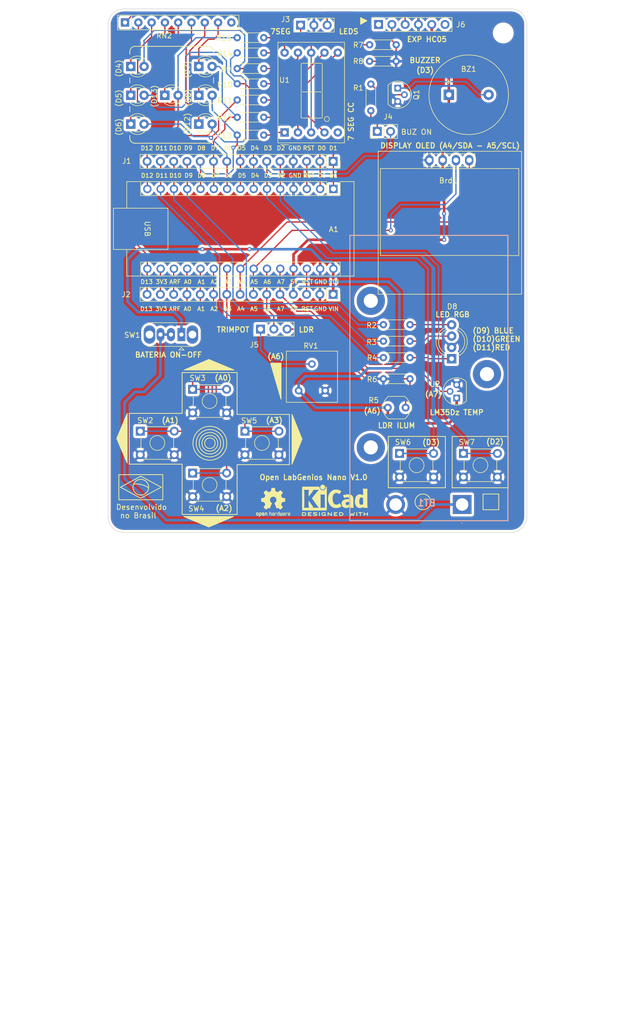
<source format=kicad_pcb>
(kicad_pcb (version 20221018) (generator pcbnew)
  (title_block (title "Open LabGenios Nano") (date "2023-06-27") (rev "V1.0") (comment 1 "Gabriel Rosa Paz") (comment 3 "Detalhamento da PCI do projeto Opem LabGenios Nano") (comment 4 "Primeiro Detalhamento"))
  (layers (0 "F.Cu" signal) (31 "B.Cu" signal) (34 "B.Paste" user) (35 "F.Paste" user) (36 "B.SilkS" user "B.Silkscreen") (37 "F.SilkS" user "F.Silkscreen") (38 "B.Mask" user) (39 "F.Mask" user) (44 "Edge.Cuts" user))
  (net 0 "")
  (net 1 "D1{slash}TX")
  (net 2 "D0{slash}RX")
  (net 3 "RESET1")
  (net 4 "GND")
  (net 5 "D2{slash}INT0")
  (net 6 "D3{slash}INT1{slash}PWM")
  (net 7 "D4")
  (net 8 "D5{slash}PWM")
  (net 9 "D6{slash}PWM")
  (net 10 "D7")
  (net 11 "D8")
  (net 12 "D9{slash}PWM")
  (net 13 "D10{slash}SS{slash}PWM")
  (net 14 "D11{slash}MOSI{slash}PWM")
  (net 15 "D12{slash}MISO")
  (net 16 "D13{slash}SCK")
  (net 17 "+3.3V")
  (net 18 "AREF")
  (net 19 "A0")
  (net 20 "A1")
  (net 21 "A2")
  (net 22 "A3")
  (net 23 "A4{slash}SDA")
  (net 24 "A5{slash}SCL")
  (net 25 "A6")
  (net 26 "A7")
  (net 27 "+5V")
  (net 28 "RESET2")
  (net 29 "+BATT")
  (net 30 "Net-(D1-K)")
  (net 31 "Net-(D2-K)")
  (net 32 "Net-(D3-K)")
  (net 33 "Net-(D4-K)")
  (net 34 "Net-(D5-K)")
  (net 35 "Net-(D6-K)")
  (net 36 "Net-(D7-K)")
  (net 37 "Net-(J3-Pin_1)")
  (net 38 "Net-(J3-Pin_3)")
  (net 40 "Net-(BZ1-+)")
  (net 41 "Net-(D8-RA)")
  (net 42 "Net-(D8-GA)")
  (net 43 "Net-(D8-BA)")
  (net 44 "Net-(J4-Pin_1)")
  (net 45 "Net-(J5-Pin_1)")
  (net 46 "Net-(J5-Pin_3)")
  (net 49 "Net-(Q1-B)")
  (net 50 "Net-(J6-Pin_2)")
  (net 51 "Net-(U1-A)")
  (net 52 "Net-(U1-B)")
  (net 53 "Net-(U1-C)")
  (net 54 "Net-(U1-D)")
  (net 55 "Net-(U1-E)")
  (net 56 "Net-(U1-F)")
  (net 57 "Net-(U1-G)")
  (net 59 "/CPU/BATTSWITCH")
  (footprint "Resistor_THT:R_Axial_DIN0204_L3.6mm_D1.6mm_P5.08mm_Horizontal" (layer "F.Cu") (at 95.52 50.44)
    (fp_text reference "R13")
    (fp_text value "330")
  )
  (footprint "Connector_PinSocket_2.54mm:PinSocket_1x06_P2.54mm_Vertical" (layer "F.Cu") (at 122.535 29.315 90)
    (fp_text reference "J6")
    (fp_text value "Conn_01x06")
  )
  (footprint "Connector_PinHeader_2.54mm:PinHeader_1x02_P2.54mm_Vertical" (layer "F.Cu") (at 122.285 49.74 90)
    (fp_text reference "J4")
    (fp_text value "Conn_01x02")
  )
  (footprint "Symbol:OSHW-Logo2_7.3x6mm_SilkScreen" (layer "F.Cu") (at 102.4 120.6)
    (fp_text reference "REF**" hide)
    (fp_text value "OSHW-Logo2_7.3x6mm_SilkScreen" hide)
  )
  (footprint "Resistor_THT:R_Axial_DIN0204_L3.6mm_D1.6mm_P5.08mm_Horizontal" (layer "F.Cu") (at 123.46 92.95)
    (fp_text reference "R4")
    (fp_text value "330")
  )
  (footprint "Potentiometer_THT:Potentiometer_Bourns_3386F_Vertical" (layer "F.Cu") (at 112.34 99.255 90)
    (fp_text reference "RV1")
    (fp_text value "10K")
  )
  (footprint "Connector_PinSocket_2.54mm:PinSocket_1x15_P2.54mm_Vertical" (layer "F.Cu") (at 113.86 55.465 -90)
    (fp_text reference "J1")
    (fp_text value "Conn_01x15")
  )
  (footprint "Buzzer_Beeper:Buzzer_15x7.5RM7.6" (layer "F.Cu") (at 135.96 42.74)
    (fp_text reference "BZ1")
    (fp_text value "Buzzer")
  )
  (footprint "Module:Arduino_Nano" (layer "F.Cu") (at 113.91 60.73 -90)
    (fp_text reference "A1")
    (fp_text value "Arduino_Nano_v3.x")
  )
  (footprint "Display_7Segment:D1X8K" (layer "F.Cu") (at 104.58 49.9375 90)
    (fp_text reference "U1")
    (fp_text value "D168K")
  )
  (footprint "Resistor_THT:R_Axial_DIN0204_L3.6mm_D1.6mm_P5.08mm_Horizontal" (layer "F.Cu") (at 95.52 40.64)
    (fp_text reference "R10")
    (fp_text value "330")
  )
  (footprint "Connector_PinHeader_2.54mm:PinHeader_1x03_P2.54mm_Vertical" (layer "F.Cu") (at 99.975 87.5 90)
    (fp_text reference "J5")
    (fp_text value "Conn_01x03")
  )
  (footprint "Resistor_THT:R_Axial_DIN0204_L3.6mm_D1.6mm_P5.08mm_Horizontal" (layer "F.Cu") (at 123.46 86.65)
    (fp_text reference "R2")
    (fp_text value "330")
  )
  (footprint "LED_THT:LED_D3.0mm" (layer "F.Cu") (at 88.185 37.34)
    (fp_text reference "D5" hide)
    (fp_text value "LED")
  )
  (footprint "Resistor_THT:R_Axial_DIN0204_L3.6mm_D1.6mm_P5.08mm_Horizontal" (layer "F.Cu") (at 128.54 97 180)
    (fp_text reference "R6")
    (fp_text value "10K")
  )
  (footprint "Resistor_THT:R_Axial_DIN0204_L3.6mm_D1.6mm_P5.08mm_Horizontal" (layer "F.Cu") (at 120.82 33.19)
    (fp_text reference "R7")
    (fp_text value "1K")
  )
  (footprint "Resistor_THT:R_Axial_DIN0204_L3.6mm_D1.6mm_P5.08mm_Horizontal" (layer "F.Cu") (at 95.52 43.74)
    (fp_text reference "R11")
    (fp_text value "330")
  )
  (footprint "MountingHole:MountingHole_2.7mm_M2.5_Pad" (layer "F.Cu") (at 121.05 82.1)
    (fp_text reference "H4" hide)
    (fp_text value "MountingHole")
  )
  (footprint "Resistor_THT:R_Axial_DIN0204_L3.6mm_D1.6mm_P5.08mm_Horizontal" (layer "F.Cu") (at 95.52 34.74)
    (fp_text reference "R14")
    (fp_text value "330")
  )
  (footprint "SSD1306:128x64OLED" (layer "F.Cu") (at 135.86 65.84)
    (fp_text reference "Brd1")
    (fp_text value "SSD1306")
  )
  (footprint "MountingHole:MountingHole_3.5mm" (layer "F.Cu") (at 146.36 30.94)
    (fp_text reference "H1" hide)
    (fp_text value "MountingHole")
  )
  (footprint "LED_THT:LED_D3.0mm" (layer "F.Cu") (at 88.185 42.84)
    (fp_text reference "D6" hide)
    (fp_text value "LED")
  )
  (footprint "Button_Switch_THT:SW_TH_Tactile_Omron_B3F-10xx" (layer "F.Cu") (at 87 115)
    (fp_text reference "SW4")
    (fp_text value "DOWN")
  )
  (footprint "Resistor_THT:R_Axial_DIN0204_L3.6mm_D1.6mm_P5.08mm_Horizontal" (layer "F.Cu") (at 123.46 89.8)
    (fp_text reference "R3")
    (fp_text value "330")
  )
  (footprint "LED_THT:LED_D3.0mm" (layer "F.Cu") (at 75.185 37.34)
    (fp_text reference "D1" hide)
    (fp_text value "LED")
  )
  (footprint "LED_THT:LED_D3.0mm" (layer "F.Cu") (at 81.685 42.84)
    (fp_text reference "D4" hide)
    (fp_text value "LED")
  )
  (footprint "Button_Switch_THT:SW_TH_Tactile_Omron_B3F-10xx" (layer "F.Cu") (at 126.55 111.25)
    (fp_text reference "SW6")
    (fp_text value "SW_DPST_x2")
  )
  (footprint "Resistor_THT:R_Axial_DIN0204_L3.6mm_D1.6mm_P5.08mm_Horizontal" (layer "F.Cu") (at 95.52 47.04)
    (fp_text reference "R12")
    (fp_text value "330")
  )
  (footprint "Button_Switch_THT:SW_TH_Tactile_Omron_B3F-10xx" (layer "F.Cu") (at 97 107)
    (fp_text reference "SW5")
    (fp_text value "RIGHT")
  )
  (footprint "Connector_PinSocket_2.54mm:PinSocket_1x15_P2.54mm_Vertical" (layer "F.Cu") (at 113.86 80.865 -90)
    (fp_text reference "J2")
    (fp_text value "Conn_01x15")
  )
  (footprint "LED_THT:LED_D5.0mm-4_RGB_Wide_Pins" (layer "F.Cu") (at 136.5 93.159 90)
    (fp_text reference "D8")
    (fp_text value "LED_RKGB")
  )
  (footprint "MountingHole:MountingHole_2.7mm_M2.5_Pad" (layer "F.Cu") (at 121.05 110.1)
    (fp_text reference "H3" hide)
    (fp_text value "MountingHole")
  )
  (footprint "LED_THT:LED_D3.0mm" (layer "F.Cu") (at 75.185 42.84)
    (fp_text reference "D2" hide)
    (fp_text value "LED")
  )
  (footprint "Package_TO_SOT_THT:TO-92" (layer "F.Cu") (at 137.46 100.67 90)
    (fp_text reference "U2")
    (fp_text value "LM35-LP")
  )
  (footprint "Package_TO_SOT_THT:TO-92" (layer "F.Cu") (at 126.2 41.47 -90)
    (fp_text reference "Q1")
    (fp_text value "BC337")
  )
  (footprint "Button_Switch_THT:SW_Slide_1P2T_CK_OS102011MS2Q" (layer "F.Cu") (at 84.86 88.5425 180)
    (fp_text reference "SW1")
    (fp_text value "SW_SPST")
  )
  (footprint "Button_Switch_THT:SW_TH_Tactile_Omron_B3F-10xx" (layer "F.Cu") (at 77 107)
    (fp_text reference "SW2")
    (fp_text value "LEFT")
  )
  (footprint "LED_THT:LED_D3.0mm" (layer "F.Cu") (at 88.185 48.34)
    (fp_text reference "D7" hide)
    (fp_text value "LED")
  )
  (footprint "Resistor_THT:R_Axial_DIN0204_L3.6mm_D1.6mm_P5.08mm_Horizontal" (layer "F.Cu") (at 120.82 36.34)
    (fp_text reference "R8")
    (fp_text value "2K")
  )
  (footprint "Button_Switch_THT:SW_TH_Tactile_Omron_B3F-10xx" (layer "F.Cu") (at 138.75 111.25)
    (fp_text reference "SW7")
    (fp_text value "SW_DPST_x2")
  )
  (footprint "LED_THT:LED_D3.0mm" (layer "F.Cu") (at 75.185 48.34)
    (fp_text reference "D3" hide)
    (fp_text value "LED")
  )
  (footprint "Symbol:KiCad-Logo2_5mm_SilkScreen" (layer "F.Cu") (at 114.2 120.2)
    (fp_text reference "REF**" hide)
    (fp_text value "KiCad-Logo2_5mm_SilkScreen" hide)
  )
  (footprint "Button_Switch_THT:SW_TH_Tactile_Omron_B3F-10xx" (layer "F.Cu") (at 87 99)
    (fp_text reference "SW3")
    (fp_text value "UP")
  )
  (footprint "Resistor_THT:R_Axial_DIN0204_L3.6mm_D1.6mm_P5.08mm_Horizontal" (layer "F.Cu") (at 95.52 37.74)
    (fp_text reference "R9")
    (fp_text value "330")
  )
  (footprint "OptoDevice:R_LDR_5.1x4.3mm_P3.4mm_Vertical" (layer "F.Cu") (at 124.3 102.5)
    (fp_text reference "R5")
    (fp_text value "A9013")
  )
  (footprint "Resistor_THT:R_Axial_DIN0204_L3.6mm_D1.6mm_P5.08mm_Horizontal" (layer "F.Cu") (at 95.52 31.84)
    (fp_text reference "R15")
    (fp_text value "330")
  )
  (footprint "Resistor_THT:R_Axial_DIN0204_L3.6mm_D1.6mm_P5.08mm_Horizontal" (layer "F.Cu") (at 121.06 45.78 90)
    (fp_text reference "R1")
    (fp_text value "470")
  )
  (footprint "MountingHole:MountingHole_2.7mm_M2.5_Pad" (layer "F.Cu") (at 143.25 96.1)
    (fp_text reference "H2" hide)
    (fp_text value "MountingHole")
  )
  (footprint "Connector_PinHeader_2.54mm:PinHeader_1x03_P2.54mm_Vertical" (layer "F.Cu") (at 107.635 29.44 90)
    (fp_text reference "J3")
    (fp_text value "Conn_01x03")
  )
  (footprint "Resistor_THT:R_Array_SIP9" (layer "F.Cu") (at 74.085 28.94)
    (fp_text reference "RN2")
    (fp_text value "R_Network08")
  )
  (footprint "12BH611-GR:12BH611GR" (layer "B.Cu") (at 138.5 121 -90)
    (fp_text reference "BT1")
    (fp_text value "Battery_Cell" hide)
  )
  (gr_line (start 124.7 108) (end 135.3 108) (stroke (width 0.15)) (layer "F.SilkS"))
  (gr_poly (pts (xy 103.9 100.9) (xy 103.9 94) (xy 101.9 94)) (stroke (width 0.15)) (fill solid) (layer "F.SilkS"))
  (gr_line (start 75 45) (end 75 46) (stroke (width 0.15)) (layer "F.SilkS"))
  (gr_line (start 75 50.5) (end 75 51) (stroke (width 0.15)) (layer "F.SilkS"))
  (gr_line (start 135.3 108) (end 135.3 117.8) (stroke (width 0.15)) (layer "F.SilkS"))
  (gr_line (start 77.1 119.8) (end 73.2 117.7) (stroke (width 0.15)) (layer "F.SilkS"))
  (gr_line (start 136.6 108) (end 136.7 108) (stroke (width 0.15)) (layer "F.SilkS"))
  (gr_circle (center 131 120.5) (end 132.5 120.5) (stroke (width 0.15)) (fill none) (layer "F.SilkS"))
  (gr_arc (start 90 33.5) (mid 90.707107 33.792893) (end 91 34.5) (stroke (width 0.15)) (layer "F.SilkS"))
  (gr_rect (start 142.5 119) (end 145.5 122) (stroke (width 0.15)) (fill none) (layer "F.SilkS"))
  (gr_line (start 91 51) (end 91 50.5) (stroke (width 0.15)) (layer "F.SilkS"))
  (gr_line (start 76 33.5) (end 90 33.5) (stroke (width 0.15)) (layer "F.SilkS"))
  (gr_line (start 75 35) (end 75 34.5) (stroke (width 0.15)) (layer "F.SilkS"))
  (gr_circle (center 90.3 109.3) (end 93.5 108.8) (stroke (width 0.15)) (fill none) (layer "F.SilkS"))
  (gr_poly (pts (xy 94.8 123.3) (xy 85.3 123.3) (xy 90.1 125.3)) (stroke (width 0.15)) (fill solid) (layer "F.SilkS"))
  (gr_line (start 124.4 117.8) (end 124.4 108) (stroke (width 0.15)) (layer "F.SilkS"))
  (gr_line (start 74.9 113.3) (end 74.9 104) (stroke (width 0.15)) (layer "F.SilkS"))
  (gr_circle (center 90.3 109.3) (end 91.8 109.1) (stroke (width 0.15)) (fill none) (layer "F.SilkS"))
  (gr_circle (center 90.3 109.3) (end 92.1 107.4) (stroke (width 0.15)) (fill none) (layer "F.SilkS"))
  (gr_line (start 91 39.5) (end 91 40.5) (stroke (width 0.15)) (layer "F.SilkS"))
  (gr_poly (pts (xy 106 103.8) (xy 106 113.3) (xy 107.9 108.5)) (stroke (width 0.15)) (fill solid) (layer "F.SilkS"))
  (gr_line (start 135.3 117.8) (end 124.4 117.8) (stroke (width 0.15)) (layer "F.SilkS"))
  (gr_line (start 95.5 103.8) (end 105.5 103.8) (stroke (width 0.15)) (layer "F.SilkS"))
  (gr_line (start 95.5 113.4) (end 95.5 122.9) (stroke (width 0.15)) (layer "F.SilkS"))
  (gr_line (start 85 95.8) (end 95.5 95.8) (stroke (width 0.15)) (layer "F.SilkS"))
  (gr_line (start 85 103.6) (end 85 95.8) (stroke (width 0.15)) (layer "F.SilkS"))
  (gr_arc (start 75.8 117.100001) (mid 77.232129 117.206588) (end 78.550124 117.776892) (stroke (width 0.15)) (layer "F.SilkS"))
  (gr_line (start 75 39.5) (end 75 40.5) (stroke (width 0.15)) (layer "F.SilkS"))
  (gr_line (start 76 52) (end 90 52) (stroke (width 0.15)) (layer "F.SilkS"))
  (gr_poly (pts (xy 85.4 95.3) (xy 94.9 95.3) (xy 90.1 93.3)) (stroke (width 0.15)) (fill solid) (layer "F.SilkS"))
  (gr_line (start 74.9 104) (end 74.9 103.6) (stroke (width 0.15)) (layer "F.SilkS"))
  (gr_arc (start 91 51) (mid 90.707107 51.707107) (end 90 52) (stroke (width 0.15)) (layer "F.SilkS"))
  (gr_line (start 77.1 115.6) (end 81 117.7) (stroke (width 0.15)) (layer "F.SilkS"))
  (gr_arc (start 76 52) (mid 75.292893 51.707107) (end 75 51) (stroke (width 0.15)) (layer "F.SilkS"))
  (gr_line (start 105.5 113.4) (end 95.5 113.4) (stroke (width 0.15)) (layer "F.SilkS"))
  (gr_line (start 147.3 108) (end 147.3 117.8) (stroke (width 0.15)) (layer "F.SilkS"))
  (gr_circle (center 77.1 117.7) (end 78.6 117.7) (stroke (width 0.15)) (fill none) (layer "F.SilkS"))
  (gr_line (start 91 45) (end 91 46) (stroke (width 0.15)) (layer "F.SilkS"))
  (gr_line (start 124.4 108) (end 124.7 108) (stroke (width 0.15)) (layer "F.SilkS"))
  (gr_line (start 95.5 122.9) (end 85 122.9) (stroke (width 0.15)) (layer "F.SilkS"))
  (gr_line (start 95.5 95.8) (end 95.5 103.8) (stroke (width 0.15)) (layer "F.SilkS"))
  (gr_circle (center 90.3 109.3) (end 91.3 109.2) (stroke (width 0.15)) (fill none) (layer "F.SilkS"))
  (gr_line (start 73.2 117.7) (end 77.1 115.6) (stroke (width 0.15)) (layer "F.SilkS"))
  (gr_circle (center 90.3 109.3) (end 92.1 108.3) (stroke (width 0.15)) (fill none) (layer "F.SilkS"))
  (gr_line (start 81 117.7) (end 77.1 119.8) (stroke (width 0.15)) (layer "F.SilkS"))
  (gr_rect (start 72.9 115.3) (end 81.3 120.1) (stroke (width 0.15)) (fill none) (layer "F.SilkS"))
  (gr_poly (pts (xy 74.5 113.1) (xy 74.5 103.6) (xy 72.5 108.4)) (stroke (width 0.15)) (fill solid) (layer "F.SilkS"))
  (gr_line (start 147.3 117.8) (end 136.6 117.8) (stroke (width 0.15)) (layer "F.SilkS"))
  (gr_poly (pts (xy 119.1 28) (xy 120.3 28.6) (xy 119.1 29.3)) (stroke (width 0.15)) (fill solid) (layer "F.SilkS"))
  (gr_line (start 85 122.9) (end 85 113.3) (stroke (width 0.15)) (layer "F.SilkS"))
  (gr_line (start 136.6 117.8) (end 136.6 108) (stroke (width 0.15)) (layer "F.SilkS"))
  (gr_line (start 105.5 103.8) (end 105.5 113.4) (stroke (width 0.15)) (layer "F.SilkS"))
  (gr_line (start 136.7 108) (end 147.3 108) (stroke (width 0.15)) (layer "F.SilkS"))
  (gr_line (start 85 103.6) (end 74.9 103.6) (stroke (width 0.15)) (layer "F.SilkS"))
  (gr_line (start 91 34.5) (end 91 35) (stroke (width 0.15)) (layer "F.SilkS"))
  (gr_arc (start 75 34.5) (mid 75.292893 33.792893) (end 76 33.5) (stroke (width 0.15)) (layer "F.SilkS"))
  (gr_line (start 85 113.3) (end 74.9 113.3) (stroke (width 0.15)) (layer "F.SilkS"))
  (gr_arc (start 147.86 26.34) (mid 149.98132 27.21868) (end 150.86 29.34) (stroke (width 0.1)) (layer "Edge.Cuts"))
  (gr_line (start 147.86 26.34) (end 73.86 26.34) (stroke (width 0.1)) (layer "Edge.Cuts"))
  (gr_arc (start 150.86 123.34) (mid 149.98132 125.46132) (end 147.86 126.34) (stroke (width 0.1)) (layer "Edge.Cuts"))
  (gr_line (start 70.86 29.34) (end 70.86 123.34) (stroke (width 0.1)) (layer "Edge.Cuts"))
  (gr_arc (start 70.86 29.34) (mid 71.73868 27.21868) (end 73.86 26.34) (stroke (width 0.1)) (layer "Edge.Cuts"))
  (gr_line (start 150.86 123.34) (end 150.86 29.34) (stroke (width 0.1)) (layer "Edge.Cuts"))
  (gr_line (start 73.86 126.34) (end 147.86 126.34) (stroke (width 0.1)) (layer "Edge.Cuts"))
  (gr_arc (start 73.86 126.34) (mid 71.73868 125.46132) (end 70.86 123.34) (stroke (width 0.1)) (layer "Edge.Cuts"))
  (gr_text "D12" (at 77 53.4) (layer "F.SilkS") (effects (font (size 0.8 0.8)) (justify left bottom)))
  (gr_text "(D5)" (at 73.46 45.14 90) (layer "F.SilkS") (effects (font (size 1 1)) (justify left bottom)))
  (gr_text "LDR ILUM" (at 122.3 106.5) (layer "F.SilkS") (effects (font (size 1 1) (thickness 0.2) bold) (justify left bottom)))
  (gr_text "D8" (at 87.8 53.4) (layer "F.SilkS") (effects (font (size 0.8 0.8)) (justify left bottom)))
  (gr_text "A5" (at 97.96 78.94) (layer "F.SilkS") (effects (font (size 0.8 0.8)) (justify left bottom)))
  (gr_text "Desenvolvido\n no Brasil" (at 72.3 123.7) (layer "F.SilkS") (effects (font (size 1 1)) (justify left bottom)))
  (gr_text "(D13)" (at 80.26 45.24 90) (layer "F.SilkS") (effects (font (size 1 1)) (justify left bottom)))
  (gr_text "A2" (at 90.3 84.1) (layer "F.SilkS") (effects (font (size 0.8 0.8)) (justify left bottom)))
  (gr_text "RST" (at 107.7 84.1) (layer "F.SilkS") (effects (font (size 0.8 0.8)) (justify left bottom)))
  (gr_text "LED RGB" (at 133.3 85.3) (layer "F.SilkS") (effects (font (size 1 1) (thickness 0.2) bold) (justify left bottom)))
  (gr_text "D1" (at 113 53.4) (layer "F.SilkS") (effects (font (size 0.8 0.8)) (justify left bottom)))
  (gr_text "LDR" (at 107.2 88.2) (layer "F.SilkS") (effects (font (size 1 1) (thickness 0.2) bold) (justify left bottom)))
  (gr_text "D11" (at 79.86 58.64) (layer "F.SilkS") (effects (font (size 0.8 0.8)) (justify left bottom)))
  (gr_text "LEDS" (at 114.86 31.24) (layer "F.SilkS") (effects (font (size 1 1) (thickness 0.2) bold) (justify left bottom)))
  (gr_text "D3" (at 100.5 53.4) (layer "F.SilkS") (effects (font (size 0.8 0.8)) (justify left bottom)))
  (gr_text "EXP HC05" (at 127.86 32.74) (layer "F.SilkS") (effects (font (size 1 1) (thickness 0.2) bold) (justify left bottom)))
  (gr_text "(D6)" (at 73.46 50.64 90) (layer "F.SilkS") (effects (font (size 1 1)) (justify left bottom)))
  (gr_text "D13" (at 76.96 78.94) (layer "F.SilkS") (effects (font (size 0.8 0.8)) (justify left bottom)))
  (gr_text "(D3)" (at 129.66 38.64) (layer "F.SilkS") (effects (font (size 1 1) (thickness 0.2) bold) (justify left bottom)))
  (gr_text "ARF" (at 82.4 84.1) (layer "F.SilkS") (effects (font (size 0.8 0.8)) (justify left bottom)))
  (gr_text "D10" (at 82.46 58.64) (layer "F.SilkS") (effects (font (size 0.8 0.8)) (justify left bottom)))
  (gr_text "A2" (at 90.36 78.94) (layer "F.SilkS") (effects (font (size 0.8 0.8)) (justify left bottom)))
  (gr_text "GND" (at 105.2 53.4) (layer "F.SilkS") (effects (font (size 0.8 0.8)) (justify left bottom)))
  (gr_text "D8" (at 87.86 58.64) (layer "F.SilkS") (effects (font (size 0.8 0.8)) (justify left bottom)))
  (gr_text "RST" (at 107.76 78.94) (layer "F.SilkS") (effects (font (size 0.8 0.8)) (justify left bottom)))
  (gr_text "A3" (at 92.9 84.1) (layer "F.SilkS") (effects (font (size 0.8 0.8)) (justify left bottom)))
  (gr_text "(A2)" (at 91.3 122.3) (layer "F.SilkS") (effects (font (size 1 1) (thickness 0.2) bold) (justify left bottom)))
  (gr_text "D7" (at 90.4 53.4) (layer "F.SilkS") (effects (font (size 0.8 0.8)) (justify left bottom)))
  (gr_text "D6" (at 92.96 58.64) (layer "F.SilkS") (effects (font (size 0.8 0.8)) (justify left bottom)))
  (gr_text "(A0)" (at 91.1 97.4) (layer "F.SilkS") (effects (font (size 1 1) (thickness 0.2) bold) (justify left bottom)))
  (gr_text "D1" (at 113.06 58.64) (layer "F.SilkS") (effects (font (size 0.8 0.8)) (justify left bottom)))
  (gr_text "D3" (at 100.56 58.64) (layer "F.SilkS") (effects (font (size 0.8 0.8)) (justify left bottom)))
  (gr_text "(A1)" (at 81 105.5) (layer "F.SilkS") (effects (font (size 1 1) (thickness 0.2) bold) (justify left bottom)))
  (gr_text "3V3" (at 79.86 78.94) (layer "F.SilkS") (effects (font (size 0.8 0.8)) (justify left bottom)))
  (gr_text "D11" (at 79.8 53.4) (layer "F.SilkS") (effects (font (size 0.8 0.8)) (justify left bottom)))
  (gr_text "ARF" (at 82.46 78.94) (layer "F.SilkS") (effects (font (size 0.8 0.8)) (justify left bottom)))
  (gr_text "VIN" (at 112.96 78.94) (layer "F.SilkS") (effects (font (size 0.8 0.8)) (justify left bottom)))
  (gr_text "RST" (at 108.06 58.64) (layer "F.SilkS") (effects (font (size 0.8 0.8)) (justify left bottom)))
  (gr_text "GND" (at 105.26 58.64) (layer "F.SilkS") (effects (font (size 0.8 0.8)) (justify left bottom)))
  (gr_text "BATERIA ON-OFF" (at 75.9 93) (layer "F.SilkS") (effects (font (size 1 1) (thickness 0.2) bold) (justify left bottom)))
  (gr_text "D9" (at 85.36 58.64) (layer "F.SilkS") (effects (font (size 0.8 0.8)) (justify left bottom)))
  (gr_text "7SEG" (at 101.76 31.24) (layer "F.SilkS") (effects (font (size 1 1) (thickness 0.2) bold) (justify left bottom)))
  (gr_text "RST" (at 108 53.4) (layer "F.SilkS") (effects (font (size 0.8 0.8)) (justify left bottom)))
  (gr_text "(D2)" (at 143 109.6) (layer "F.SilkS") (effects (font (size 1 1) (thickness 0.2) bold) (justify left bottom)))
  (gr_text "DISPLAY OLED (A4/SDA - A5/SCL)" (at 122.76 53.04) (layer "F.SilkS") (effects (font (size 1 1) (thickness 0.2) bold) (justify left bottom)))
  (gr_text "D7" (at 90.46 58.64) (layer "F.SilkS") (effects (font (size 0.8 0.8)) (justify left bottom)))
  (gr_text "(D3)" (at 130.8 109.7) (layer "F.SilkS") (effects (font (size 1 1) (thickness 0.2) bold) (justify left bottom)))
  (gr_text "3V3" (at 79.8 84.1) (layer "F.SilkS") (effects (font (size 0.8 0.8)) (justify left bottom)))
  (gr_text "D6" (at 92.9 53.4) (layer "F.SilkS") (effects (font (size 0.8 0.8)) (justify left bottom)))
  (gr_text "(D7)" (at 86.56 39.64 90) (layer "F.SilkS") (effects (font (size 1 1)) (justify left bottom)))
  (gr_text "GND" (at 110.1 84.1) (layer "F.SilkS") (effects (font (size 0.8 0.8)) (justify left bottom)))
  (gr_text "A7" (at 103 84.1) (layer "F.SilkS") (effects (font (size 0.8 0.8)) (justify left bottom)))
  (gr_text "(A3)" (at 100.9 105.5) (layer "F.SilkS") (effects (font (size 1 1) (thickness 0.2) bold) (justify left bottom)))
  (gr_text "Open LabGenios Nano V1.0" (at 99.7 116.4) (layer "F.SilkS") (effects (font (size 1 1) (thickness 0.2) bold) (justify left bottom)))
  (gr_text "BUZZER" (at 128.36 36.74) (layer "F.SilkS") (effects (font (size 1 1) (thickness 0.2) bold) (justify left bottom)))
  (gr_text "A0" (at 85.26 78.94) (layer "F.SilkS") (effects (font (size 0.8 0.8)) (justify left bottom)))
  (gr_text "D5" (at 95.56 58.64) (layer "F.SilkS") (effects (font (size 0.8 0.8)) (justify left bottom)))
  (gr_text "(D8)" (at 86.76 45.04 90) (layer "F.SilkS") (effects (font (size 1 1)) (justify left bottom)))
  (gr_text "A6" (at 100.4 84.1) (layer "F.SilkS") (effects (font (size 0.8 0.8)) (justify left bottom)))
  (gr_text "A4" (at 95.46 78.94) (layer "F.SilkS") (effects (font (size 0.8 0.8)) (justify left bottom)))
  (gr_text "D4" (at 98 53.4) (layer "F.SilkS") (effects (font (size 0.8 0.8)) (justify left bottom)))
  (gr_text "A5" (at 97.9 84.1) (layer "F.SilkS") (effects (font (size 0.8 0.8)) (justify left bottom)))
  (gr_text "A3" (at 92.96 78.94) (layer "F.SilkS") (effects (font (size 0.8 0.8)) (justify left bottom)))
  (gr_text "(D4)" (at 73.46 39.44 90) (layer "F.SilkS") (effects (font (size 1 1)) (justify left bottom)))
  (gr_text "GND" (at 110.16 78.94) (layer "F.SilkS") (effects (font (size 0.8 0.8)) (justify left bottom)))
  (gr_text "D12" (at 77.06 58.64) (layer "F.SilkS") (effects (font (size 0.8 0.8)) (justify left bottom)))
  (gr_text "(D12)" (at 86.56 50.54 90) (layer "F.SilkS") (effects (font (size 1 1)) (justify left bottom)))
  (gr_text "5V" (at 105.56 78.94) (layer "F.SilkS") (effects (font (size 0.8 0.8)) (justify left bottom)))
  (gr_text "A4" (at 95.4 84.1) (layer "F.SilkS") (effects (font (size 0.8 0.8)) (justify left bottom)))
  (gr_text "A0" (at 85.2 84.1) (layer "F.SilkS") (effects (font (size 0.8 0.8)) (justify left bottom)))
  (gr_text "A1" (at 87.86 78.94) (layer "F.SilkS") (effects (font (size 0.8 0.8)) (justify left bottom)))
  (gr_text "D9" (at 85.3 53.4) (layer "F.SilkS") (effects (font (size 0.8 0.8)) (justify left bottom)))
  (gr_text "A7" (at 103.06 78.94) (layer "F.SilkS") (effects (font (size 0.8 0.8)) (justify left bottom)))
  (gr_text "A1" (at 87.8 84.1) (layer "F.SilkS") (effects (font (size 0.8 0.8)) (justify left bottom)))
  (gr_text "D2" (at 103.06 58.64) (layer "F.SilkS") (effects (font (size 0.8 0.8)) (justify left bottom)))
  (gr_text "5V" (at 105.5 84.1) (layer "F.SilkS") (effects (font (size 0.8 0.8)) (justify left bottom)))
  (gr_text "D0" (at 110.86 58.64) (layer "F.SilkS") (effects (font (size 0.8 0.8)) (justify left bottom)))
  (gr_text "A6" (at 100.46 78.94) (layer "F.SilkS") (effects (font (size 0.8 0.8)) (justify left bottom)))
  (gr_text "D4" (at 98.06 58.64) (layer "F.SilkS") (effects (font (size 0.8 0.8)) (justify left bottom)))
  (gr_text "LM35Dz TEMP" (at 132.2 104) (layer "F.SilkS") (effects (font (size 1 1) (thickness 0.2) bold) (justify left bottom)))
  (gr_text "D13" (at 76.9 84.1) (layer "F.SilkS") (effects (font (size 0.8 0.8)) (justify left bottom)))
  (gr_text "VIN" (at 112.9 84.1) (layer "F.SilkS") (effects (font (size 0.8 0.8)) (justify left bottom)))
  (gr_text "D10" (at 82.4 53.4) (layer "F.SilkS") (effects (font (size 0.8 0.8)) (justify left bottom)))
  (gr_text "(A6)" (at 119.6 103.7) (layer "F.SilkS") (effects (font (size 1 1) (thickness 0.2) bold) (justify left bottom)))
  (gr_text "D5" (at 95.5 53.4) (layer "F.SilkS") (effects (font (size 0.8 0.8)) (justify left bottom)))
  (gr_text "(A6)" (at 101.2 93.3) (layer "F.SilkS") (effects (font (size 1 1) (thickness 0.2) bold) (justify left bottom)))
  (gr_text "(A7)" (at 131.3 100.5) (layer "F.SilkS") (effects (font (size 1 1) (thickness 0.2) bold) (justify left bottom)))
  (gr_text "7 SEG CC" (at 117.86 51.64 90) (layer "F.SilkS") (effects (font (size 1 1) (thickness 0.2) bold) (justify left bottom)))
  (gr_text "TRIMPOT" (at 91.5 88.2) (layer "F.SilkS") (effects (font (size 1 1) (thickness 0.2) bold) (justify left bottom)))
  (gr_text "D2" (at 103 53.4) (layer "F.SilkS") (effects (font (size 0.8 0.8)) (justify left bottom)))
  (gr_text "D0" (at 110.8 53.4) (layer "F.SilkS") (effects (font (size 0.8 0.8)) (justify left bottom)))
  (gr_text "(D9) BLUE\n(D10)GREEN\n(D11)RED" (at 140.4 91.6) (layer "F.SilkS") (effects (font (size 1 1) (thickness 0.2) bold) (justify left bottom)))
  (gr_text "BUZ ON" (at 126.76 50.44) (layer "F.SilkS") (effects (font (size 1 1)) (justify left bottom)))
  (segment (start 113.91 60.73) (end 113.91 55.515) (width 0.25) (layer "F.Cu") (net 1))
  (segment (start 114.46 53.64) (end 115.06 53.64) (width 0.25) (layer "F.Cu") (net 1))
  (segment (start 115.06 53.64) (end 117.76 50.94) (width 0.25) (layer "F.Cu") (net 1))
  (segment (start 117.76 50.94) (end 117.76 34.04) (width 0.25) (layer "F.Cu") (net 1))
  (segment (start 113.91 55.515) (end 113.86 55.465) (width 0.25) (layer "F.Cu") (net 1))
  (segment (start 117.76 34.04) (end 118.61 33.19) (width 0.25) (layer "F.Cu") (net 1))
  (segment (start 113.86 54.24) (end 114.46 53.64) (width 0.25) (layer "F.Cu") (net 1))
  (segment (start 113.86 55.465) (end 113.86 54.24) (width 0.25) (layer "F.Cu") (net 1))
  (segment (start 118.61 33.19) (end 120.82 33.19) (width 0.25) (layer "F.Cu") (net 1))
  (segment (start 111.37 60.73) (end 111.37 55.515) (width 0.25) (layer "F.Cu") (net 2))
  (segment (start 111.37 55.515) (end 111.32 55.465) (width 0.25) (layer "F.Cu") (net 2))
  (segment (start 111.32 53.68) (end 112.66 52.34) (width 0.25) (layer "F.Cu") (net 2))
  (segment (start 116.86 29.14) (end 118.66 27.34) (width 0.25) (layer "F.Cu") (net 2))
  (segment (start 116.86 50.54) (end 116.86 29.14) (width 0.25) (layer "F.Cu") (net 2))
  (segment (start 112.66 52.34) (end 115.06 52.34) (width 0.25) (layer "F.Cu") (net 2))
  (segment (start 118.66 27.34) (end 126.86 27.34) (width 0.25) (layer "F.Cu") (net 2))
  (segment (start 126.86 27.34) (end 127.615 28.095) (width 0.25) (layer "F.Cu") (net 2))
  (segment (start 115.06 52.34) (end 116.86 50.54) (width 0.25) (layer "F.Cu") (net 2))
  (segment (start 111.32 55.465) (end 111.32 53.68) (width 0.25) (layer "F.Cu") (net 2))
  (segment (start 127.615 28.095) (end 127.615 29.315) (width 0.25) (layer "F.Cu") (net 2))
  (segment (start 108.83 55.515) (end 108.78 55.465) (width 0.25) (layer "F.Cu") (net 3))
  (segment (start 108.83 60.73) (end 108.83 55.515) (width 0.25) (layer "F.Cu") (net 3))
  (segment (start 106.29 55.515) (end 106.24 55.465) (width 0.25) (layer "F.Cu") (net 4))
  (segment (start 111.32 80.865) (end 111.32 76.02) (width 0.25) (layer "F.Cu") (net 4))
  (segment (start 106.29 60.73) (end 106.29 55.515) (width 0.25) (layer "F.Cu") (net 4))
  (segment (start 111.32 76.02) (end 111.37 75.97) (width 0.25) (layer "F.Cu") (net 4))
  (segment (start 103.75 60.73) (end 103.75 55.515) (width 0.25) (layer "F.Cu") (net 5))
  (segment (start 103.75 55.515) (end 103.7 55.465) (width 0.25) (layer "F.Cu") (net 5))
  (segment (start 113.66 72.94) (end 131.44 72.94) (width 0.25) (layer "B.Cu") (net 5))
  (segment (start 131.44 72.94) (end 134 75.5) (width 0.25) (layer "B.Cu") (net 5))
  (segment (start 134 103.5) (end 138.75 108.25) (width 0.25) (layer "B.Cu") (net 5))
  (segment (start 138.75 111.25) (end 145.25 111.25) (width 0.25) (layer "B.Cu") (net 5))
  (segment (start 134 75.5) (end 134 103.5) (width 0.25) (layer "B.Cu") (net 5))
  (segment (start 138.75 108.25) (end 138.75 111.25) (width 0.25) (layer "B.Cu") (net 5))
  (segment (start 103.75 63.03) (end 113.66 72.94) (width 0.25) (layer "B.Cu") (net 5))
  (segment (start 103.75 60.73) (end 103.75 63.03) (width 0.25) (layer "B.Cu") (net 5))
  (segment (start 101.21 60.73) (end 101.21 55.515) (width 0.25) (layer "F.Cu") (net 6))
  (segment (start 101.21 55.515) (end 101.16 55.465) (width 0.25) (layer "F.Cu") (net 6))
  (segment (start 122.86 54.44) (end 124.86 52.44) (width 0.25) (layer "B.Cu") (net 6))
  (segment (start 129.94 73.94) (end 132 76) (width 0.25) (layer "B.Cu") (net 6))
  (segment (start 112.66 73.94) (end 129.94 73.94) (width 0.25) (layer "B.Cu") (net 6))
  (segment (start 126.55 111.25) (end 133.05 111.25) (width 0.25) (layer "B.Cu") (net 6))
  (segment (start 101.21 60.73) (end 101.21 62.49) (width 0.25) (layer "B.Cu") (net 6))
  (segment (start 132 76) (end 132 105) (width 0.25) (layer "B.Cu") (net 6))
  (segment (start 124.825 52.405) (end 124.825 49.74) (width 0.25) (layer "B.Cu") (net 6))
  (segment (start 116.46 57.84) (end 119.86 54.44) (width 0.25) (layer "B.Cu") (net 6))
  (segment (start 132 105) (end 133.05 106.05) (width 0.25) (layer "B.Cu") (net 6))
  (segment (start 119.86 54.44) (end 122.86 54.44) (width 0.25) (layer "B.Cu") (net 6))
  (segment (start 101.16 55.465) (end 101.16 56.84) (width 0.25) (layer "B.Cu") (net 6))
  (segment (start 102.16 57.84) (end 116.46 57.84) (width 0.25) (layer "B.Cu") (net 6))
  (segment (start 101.16 56.84) (end 102.16 57.84) (width 0.25) (layer "B.Cu") (net 6))
  (segment (start 124.86 52.44) (end 124.825 52.405) (width 0.25) (layer "B.Cu") (net 6))
  (segment (start 133.05 106.05) (end 133.05 111.25) (width 0.25) (layer "B.Cu") (net 6))
  (segment (start 101.21 62.49) (end 112.66 73.94) (width 0.25) (layer "B.Cu") (net 6))
  (segment (start 98.62 38.4) (end 97.96 37.74) (width 0.25) (layer "F.Cu") (net 7))
  (segment (start 98.67 55.515) (end 98.62 55.465) (width 0.25) (layer "F.Cu") (net 7))
  (segment (start 98.67 60.73) (end 98.67 55.515) (width 0.25) (layer "F.Cu") (net 7))
  (segment (start 98.62 55.465) (end 98.62 38.4) (width 0.25) (layer "F.Cu") (net 7))
  (segment (start 97.96 37.74) (end 95.52 37.74) (width 0.25) (layer "F.Cu") (net 7))
  (segment (start 95.52 37.74) (end 96.96 36.3) (width 0.25) (layer "B.Cu") (net 7))
  (segment (start 96.06 30.44) (end 79.66 30.44) (width 0.25) (layer "B.Cu") (net 7))
  (segment (start 96.96 36.3) (end 96.96 31.34) (width 0.25) (layer "B.Cu") (net 7))
  (segment (start 79.66 30.44) (end 77.66 32.44) (width 0.25) (layer "B.Cu") (net 7))
  (segment (start 96.96 31.34) (end 96.06 30.44) (width 0.25) (layer "B.Cu") (net 7))
  (segment (start 77.66 32.44) (end 77.725 32.505) (width 0.25) (layer "B.Cu") (net 7))
  (segment (start 77.725 32.505) (end 77.725 37.34) (width 0.25) (layer "B.Cu") (net 7))
  (segment (start 97.86 52.14) (end 97.86 41.44) (width 0.25) (layer "F.Cu") (net 8))
  (segment (start 97.06 40.64) (end 95.52 40.64) (width 0.25) (layer "F.Cu") (net 8))
  (segment (start 96.08 55.465) (end 96.08 53.92) (width 0.25) (layer "F.Cu") (net 8))
  (segment (start 96.13 60.73) (end 96.13 55.515) (width 0.25) (layer "F.Cu") (net 8))
  (segment (start 97.86 41.44) (end 97.06 40.64) (width 0.25) (layer "F.Cu") (net 8))
  (segment (start 96.08 53.92) (end 97.86 52.14) (width 0.25) (layer "F.Cu") (net 8))
  (segment (start 96.13 55.515) (end 96.08 55.465) (width 0.25) (layer "F.Cu") (net 8))
  (segment (start 91.86 34.64) (end 86.46 34.64) (width 0.25) (layer "B.Cu") (net 8))
  (segment (start 95.52 40.64) (end 93.46 38.58) (width 0.25) (layer "B.Cu") (net 8))
  (segment (start 79.36 42.84) (end 77.725 42.84) (width 0.25) (layer "B.Cu") (net 8))
  (segment (start 80.46 45.14) (end 79.66 44.34) (width 0.25) (layer "B.Cu") (net 8))
  (segment (start 84.96 45.14) (end 80.46 45.14) (width 0.25) (layer "B.Cu") (net 8))
  (segment (start 85.66 35.44) (end 85.66 44.44) (width 0.25) (layer "B.Cu") (net 8))
  (segment (start 79.66 44.34) (end 79.66 43.14) (width 0.25) (layer "B.Cu") (net 8))
  (segment (start 85.66 44.44) (end 84.96 45.14) (width 0.25) (layer "B.Cu") (net 8))
  (segment (start 79.66 43.14) (end 79.36 42.84) (width 0.25) (layer "B.Cu") (net 8))
  (segment (start 93.46 38.58) (end 93.46 36.24) (width 0.25) (layer "B.Cu") (net 8))
  (segment (start 93.46 36.24) (end 91.86 34.64) (width 0.25) (layer "B.Cu") (net 8))
  (segment (start 86.46 34.64) (end 85.66 35.44) (width 0.25) (layer "B.Cu") (net 8))
  (segment (start 91.95 47.31) (end 91.95 49.525402) (width 0.25) (layer "F.Cu") (net 9))
  (segment (start 91.95 49.525402) (end 90.497701 50.977701) (width 0.25) (layer "F.Cu") (net 9))
  (segment (start 93.59 60.73) (end 93.59 55.515) (width 0.25) (layer "F.Cu") (net 9))
  (segment (start 93.59 55.515) (end 93.54 55.465) (width 0.25) (layer "F.Cu") (net 9))
  (segment (start 95.52 43.74) (end 91.95 47.31) (width 0.25) (layer "F.Cu") (net 9))
  (via (at 90.497701 50.977701) (size 0.8) (drill 0.4) (layers "F.Cu" "B.Cu") (net 9))
  (segment (start 93.54 54.02) (end 93.54 55.465) (width 0.25) (layer "B.Cu") (net 9))
  (segment (start 87.16 50.74) (end 90.26 50.74) (width 0.25) (layer "B.Cu") (net 9))
  (segment (start 77.725 48.34) (end 84.76 48.34) (width 0.25) (layer "B.Cu") (net 9))
  (segment (start 84.76 48.34) (end 87.16 50.74) (width 0.25) (layer "B.Cu") (net 9))
  (segment (start 90.26 50.74) (end 93.54 54.02) (width 0.25) (layer "B.Cu") (net 9))
  (segment (start 93.16 47.94) (end 94.06 47.04) (width 0.25) (layer "F.Cu") (net 10))
  (segment (start 94.06 47.04) (end 95.52 47.04) (width 0.25) (layer "F.Cu") (net 10))
  (segment (start 93.16 49.34) (end 93.16 47.94) (width 0.25) (layer "F.Cu") (net 10))
  (segment (start 91.05 55.515) (end 91 55.465) (width 0.25) (layer "F.Cu") (net 10))
  (segment (start 91 51.5) (end 93.16 49.34) (width 0.25) (layer "F.Cu") (net 10))
  (segment (start 91 55.465) (end 91 51.5) (width 0.25) (layer "F.Cu") (net 10))
  (segment (start 91.05 60.73) (end 91.05 55.515) (width 0.25) (layer "F.Cu") (net 10))
  (segment (start 92.66 44.18) (end 92.66 37.94) (width 0.25) (layer "B.Cu") (net 10))
  (segment (start 95.52 47.04) (end 92.66 44.18) (width 0.25) (layer "B.Cu") (net 10))
  (segment (start 92.66 37.94) (end 92.06 37.34) (width 0.25) (layer "B.Cu") (net 10))
  (segment (start 92.06 37.34) (end 90.725 37.34) (width 0.25) (layer "B.Cu") (net 10))
  (segment (start 94.96 52.84) (end 95.52 52.28) (width 0.25) (layer "F.Cu") (net 11))
  (segment (start 88.51 55.515) (end 88.46 55.465) (width 0.25) (layer "F.Cu") (net 11))
  (segment (start 94.76 52.84) (end 94.96 52.84) (width 0.25) (layer "F.Cu") (net 11))
  (segment (start 95.52 52.28) (end 95.52 50.44) (width 0.25) (layer "F.Cu") (net 11))
  (segment (start 88.51 60.73) (end 88.51 55.515) (width 0.25) (layer "F.Cu") (net 11))
  (via (at 94.76 52.84) (size 0.8) (drill 0.4) (layers "F.Cu" "B.Cu") (net 11))
  (segment (start 93.96 57.84) (end 89.36 57.84) (width 0.25) (layer "B.Cu") (net 11))
  (segment (start 90.725 45.105) (end 90.725 42.84) (width 0.25) (layer "B.Cu") (net 11))
  (segment (start 89.36 57.84) (end 88.46 56.94) (width 0.25) (layer "B.Cu") (net 11))
  (segment (start 94.76 52.84) (end 94.76 57.04) (width 0.25) (layer "B.Cu") (net 11))
  (segment (start 90.76 45.14) (end 90.725 45.105) (width 0.25) (layer "B.Cu") (net 11))
  (segment (start 90.76 45.68) (end 90.76 45.14) (width 0.25) (layer "B.Cu") (net 11))
  (segment (start 94.76 57.04) (end 93.96 57.84) (width 0.25) (layer "B.Cu") (net 11))
  (segment (start 88.46 56.94) (end 88.46 55.465) (width 0.25) (layer "B.Cu") (net 11))
  (segment (start 95.52 50.44) (end 90.76 45.68) (width 0.25) (layer "B.Cu") (net 11))
  (segment (start 85.97 60.73) (end 85.97 55.515) (width 0.25) (layer "F.Cu") (net 12))
  (segment (start 85.97 55.515) (end 85.92 55.465) (width 0.25) (layer "F.Cu") (net 12))
  (segment (start 114.64 82.64) (end 118.65 86.65) (width 0.25) (layer "B.Cu") (net 12))
  (segment (start 97.76 82.64) (end 114.64 82.64) (width 0.25) (layer "B.Cu") (net 12))
  (segment (start 97.26 82.14) (end 97.76 82.64) (width 0.25) (layer "B.Cu") (net 12))
  (segment (start 97.26 73.44) (end 97.26 82.14) (width 0.25) (layer "B.Cu") (net 12))
  (segment (start 85.97 62.15) (end 97.26 73.44) (width 0.25) (layer "B.Cu") (net 12))
  (segment (start 85.97 60.73) (end 85.97 62.15) (width 0.25) (layer "B.Cu") (net 12))
  (segment (start 118.65 86.65) (end 123.46 86.65) (width 0.25) (layer "B.Cu") (net 12))
  (segment (start 83.43 55.515) (end 83.38 55.465) (width 0.25) (layer "F.Cu") (net 13))
  (segment (start 83.43 60.73) (end 83.43 55.515) (width 0.25) (layer "F.Cu") (net 13))
  (segment (start 83.43 60.73) (end 83.43 62.81) (width 0.25) (layer "B.Cu") (net 13))
  (segment (start 96.06 83.54) (end 113.74 83.54) (width 0.25) (layer "B.Cu") (net 13))
  (segment (start 83.43 62.81) (end 94.715 74.095) (width 0.25) (layer "B.Cu") (net 13))
  (segment (start 94.715 82.195) (end 96.06 83.54) (width 0.25) (layer "B.Cu") (net 13))
  (segment (start 113.74 83.54) (end 120 89.8) (width 0.25) (layer "B.Cu") (net 13))
  (segment (start 120 89.8) (end 123.46 89.8) (width 0.25) (layer "B.Cu") (net 13))
  (segment (start 94.715 74.095) (end 94.715 82.195) (width 0.25) (layer "B.Cu") (net 13))
  (segment (start 80.89 55.515) (end 80.84 55.465) (width 0.25) (layer "F.Cu") (net 14))
  (segment (start 80.89 60.73) (end 80.89 55.515) (width 0.25) (layer "F.Cu") (net 14))
  (segment (start 92.175 83.155) (end 93.96 84.94) (width 0.25) (layer "B.Cu") (net 14))
  (segment (start 113.24 84.94) (end 121.25 92.95) (width 0.25) (layer "B.Cu") (net 14))
  (segment (start 80.89 62.27) (end 92.175 73.555) (width 0.25) (layer "B.Cu") (net 14))
  (segment (start 80.89 60.73) (end 80.89 62.27) (width 0.25) (layer "B.Cu") (net 14))
  (segment (start 121.25 92.95) (end 123.46 92.95) (width 0.25) (layer "B.Cu") (net 14))
  (segment (start 93.96 84.94) (end 113.24 84.94) (width 0.25) (layer "B.Cu") (net 14))
  (segment (start 92.175 73.555) (end 92.175 83.155) (width 0.25) (layer "B.Cu") (net 14))
  (segment (start 90.725 49.675) (end 90.725 48.34) (width 0.25) (layer "F.Cu") (net 15))
  (segment (start 84.46 50.54) (end 89.86 50.54) (width 0.25) (layer "F.Cu") (net 15))
  (segment (start 78.35 55.515) (end 78.3 55.465) (width 0.25) (layer "F.Cu") (net 15))
  (segment (start 78.3 55.465) (end 78.3 53.9) (width 0.25) (layer "F.Cu") (net 15))
  (segment (start 89.86 50.54) (end 90.725 49.675) (width 0.25) (layer "F.Cu") (net 15))
  (segment (start 82.26 52.74) (end 84.46 50.54) (width 0.25) (layer "F.Cu") (net 15))
  (segment (start 78.35 60.73) (end 78.35 55.515) (width 0.25) (layer "F.Cu") (net 15))
  (segment (start 79.46 52.74) (end 82.26 52.74) (width 0.25) (layer "F.Cu") (net 15))
  (segment (start 78.3 53.9) (end 79.46 52.74) (width 0.25) (layer "F.Cu") (net 15))
  (segment (start 93.06 51.74) (end 90.725 49.405) (width 0.25) (layer "B.Cu") (net 15))
  (segment (start 94.96 39.14) (end 96.26 39.14) (width 0.25) (layer "B.Cu") (net 15))
  (segment (start 97.16 51.14) (end 96.56 51.74) (width 0.25) (layer "B.Cu") (net 15))
  (segment (start 96.26 39.14) (end 97.16 40.04) (width 0.25) (layer "B.Cu") (net 15))
  (segment (start 94.26 38.44) (end 94.96 39.14) (width 0.25) (layer "B.Cu") (net 15))
  (segment (start 97.16 40.04) (end 97.16 51.14) (width 0.25) (layer "B.Cu") (net 15))
  (segment (start 90.725 49.405) (end 90.725 48.34) (width 0.25) (layer "B.Cu") (net 15))
  (segment (start 94.435 35.765) (end 94.26 35.94) (width 0.25) (layer "B.Cu") (net 15))
  (segment (start 96.56 51.74) (end 93.06 51.74) (width 0.25) (layer "B.Cu") (net 15))
  (segment (start 94.495 35.765) (end 94.435 35.765) (width 0.25) (layer "B.Cu") (net 15))
  (segment (start 94.26 35.94) (end 94.26 38.44) (width 0.25) (layer "B.Cu") (net 15))
  (segment (start 95.52 34.74) (end 94.495 35.765) (width 0.25) (layer "B.Cu") (net 15))
  (segment (start 78.3 76.02) (end 78.35 75.97) (width 0.25) (layer "F.Cu") (net 16))
  (segment (start 84.225 48.775) (end 84.225 42.84) (width 0.25) (layer "F.Cu") (net 16))
  (segment (start 78.35 73.33) (end 74.26 69.24) (width 0.25) (layer "F.Cu") (net 16))
  (segment (start 74.26 69.24) (end 74.26 54.44) (width 0.25) (layer "F.Cu") (net 16))
  (segment (start 74.26 54.44) (end 77.16 51.54) (width 0.25) (layer "F.Cu") (net 16))
  (segment (start 81.46 51.54) (end 84.225 48.775) (width 0.25) (layer "F.Cu") (net 16))
  (segment (start 78.3 80.865) (end 78.3 76.02) (width 0.25) (layer "F.Cu") (net 16))
  (segment (start 78.35 75.97) (end 78.35 73.33) (width 0.25) (layer "F.Cu") (net 16))
  (segment (start 77.16 51.54) (end 81.46 51.54) (width 0.25) (layer "F.Cu") (net 16))
  (segment (start 87.66 31.84) (end 84.16 35.34) (width 0.25) (layer "B.Cu") (net 16))
  (segment (start 84.225 35.405) (end 84.225 42.84) (width 0.25) (layer "B.Cu") (net 16))
  (segment (start 84.16 35.34) (end 84.225 35.405) (width 0.25) (layer "B.Cu") (net 16))
  (segment (start 95.52 31.84) (end 87.66 31.84) (width 0.25) (layer "B.Cu") (net 16))
  (segment (start 80.84 80.865) (end 80.84 76.02) (width 0.25) (layer "F.Cu") (net 17))
  (segment (start 80.84 76.02) (end 80.89 75.97) (width 0.25) (layer "F.Cu") (net 17))
  (segment (start 83.38 80.865) (end 83.38 76.02) (width 0.25) (layer "F.Cu") (net 18))
  (segment (start 83.38 76.02) (end 83.43 75.97) (width 0.25) (layer "F.Cu") (net 18))
  (segment (start 85.92 80.865) (end 85.92 84.4) (width 0.25) (layer "F.Cu") (net 19))
  (segment (start 87 96.5) (end 87 99) (width 0.25) (layer "F.Cu") (net 19))
  (segment (start 89 86.38) (end 89 94.5) (width 0.25) (layer "F.Cu") (net 19))
  (segment (start 85.92 80.865) (end 85.92 76.02) (width 0.25) (layer "F.Cu") (net 19))
  (segment (start 89 94.5) (end 87 96.5) (width 0.25) (layer "F.Cu") (net 19))
  (segment (start 86.86 85.34) (end 87.96 85.34) (width 0.25) (layer "F.Cu") (net 19))
  (segment (start 85.92 84.4) (end 86.86 85.34) (width 0.25) (layer "F.Cu") (net 19))
  (segment (start 87.96 85.34) (end 89 86.38) (width 0.25) (layer "F.Cu") (net 19))
  (segment (start 85.92 76.02) (end 85.97 75.97) (width 0.25) (layer "F.Cu") (net 19))
  (segment (start 87 99) (end 93.5 99) (width 0.25) (layer "B.Cu") (net 19))
  (segment (start 90 85.5) (end 90 104.5) (width 0.25) (layer "F.Cu") (net 20))
  (segment (start 87.5 107) (end 83.5 107) (width 0.25) (layer "F.Cu") (net 20))
  (segment (start 90 104.5) (end 87.5 107) (width 0.25) (layer "F.Cu") (net 20))
  (segment (start 88.46 80.865) (end 88.46 83.96) (width 0.25) (layer "F.Cu") (net 20))
  (segment (start 88.46 76.02) (end 88.51 75.97) (width 0.25) (layer "F.Cu") (net 20))
  (segment (start 88.46 80.865) (end 88.46 76.02) (width 0.25) (layer "F.Cu") (net 20))
  (segment (start 88.46 83.96) (end 90 85.5) (width 0.25) (layer "F.Cu") (net 20))
  (segment (start 77 107) (end 83.5 107) (width 0.25) (layer "B.Cu") (net 20))
  (segment (start 91 84) (end 91.5 84.5) (width 0.25) (layer "F.Cu") (net 21))
  (segment (start 91.5 84.5) (end 91.5 111) (width 0.25) (layer "F.Cu") (net 21))
  (segment (start 93.5 113) (end 93.5 115) (width 0.25) (layer "F.Cu") (net 21))
  (segment (start 91 80.865) (end 91 84) (width 0.25) (layer "F.Cu") (net 21))
  (segment (start 91 76.02) (end 91.05 75.97) (width 0.25) (layer "F.Cu") (net 21))
  (segment (start 91.5 111) (end 93.5 113) (width 0.25) (layer "F.Cu") (net 21))
  (segment (start 91 80.865) (end 91 76.02) (width 0.25) (layer "F.Cu") (net 21))
  (segment (start 87 115) (end 93.5 115) (width 0.25) (layer "B.Cu") (net 21))
  (segment (start 93.54 76.02) (end 93.59 75.97) (width 0.25) (layer "F.Cu") (net 22))
  (segment (start 93.54 80.865) (end 93.54 76.02) (width 0.25) (layer "F.Cu") (net 22))
  (segment (start 97 93.5) (end 97 107) (width 0.25) (layer "F.Cu") (net 22))
  (segment (start 93.54 90.04) (end 97 93.5) (width 0.25) (layer "F.Cu") (net 22))
  (segment (start 93.54 80.865) (end 93.54 90.04) (width 0.25) (layer "F.Cu") (net 22))
  (segment (start 97 107) (end 103.5 107) (width 0.25) (layer "B.Cu") (net 22))
  (segment (start 96.13 75.97) (end 105.06 67.04) (width 0.25) (layer "F.Cu") (net 23))
  (segment (start 105.06 67.04) (end 136.86 67.04) (width 0.25) (layer "F.Cu") (net 23))
  (segment (start 139.86 64.04) (end 139.86 55.24) (width 0.25) (layer "F.Cu") (net 23))
  (segment (start 96.08 76.02) (end 96.13 75.97) (width 0.25) (layer "F.Cu") (net 23))
  (segment (start 136.86 67.04) (end 139.86 64.04) (width 0.25) (layer "F.Cu") (net 23))
  (segment (start 96.08 80.865) (end 96.08 76.02) (width 0.25) (layer "F.Cu") (net 23))
  (segment (start 98.67 75.97) (end 106 68.64) (width 0.25) (layer "F.Cu") (net 24))
  (segment (start 106 68.64) (end 124.86 68.64) (width 0.25) (layer "F.Cu") (net 24))
  (segment (start 98.62 76.02) (end 98.67 75.97) (width 0.25) (layer "F.Cu") (net 24))
  (segment (start 98.62 80.865) (end 98.62 76.02) (width 0.25) (layer "F.Cu") (net 24))
  (via (at 124.86 68.64) (size 0.8) (drill 0.4) (layers "F.Cu" "B.Cu") (net 24))
  (segment (start 137.32 61.68) (end 137.32 55.24) (width 0.25) (layer "B.Cu") (net 24))
  (segment (start 124.86 68.64) (end 124.86 65.64) (width 0.25) (layer "B.Cu") (net 24))
  (segment (start 124.86 65.64) (end 126.76 63.74) (width 0.25) (layer "B.Cu") (net 24))
  (segment (start 126.76 63.74) (end 135.26 63.74) (width 0.25) (layer "B.Cu") (net 24))
  (segment (start 135.26 63.74) (end 137.32 61.68) (width 0.25) (layer "B.Cu") (net 24))
  (segment (start 101.16 76.02) (end 101.21 75.97) (width 0.25) (layer "F.Cu") (net 25))
  (segment (start 102.515 87.5) (end 102.515 85.015) (width 0.25) (layer "F.Cu") (net 25))
  (segment (start 102.515 85.015) (end 101.16 83.66) (width 0.25) (layer "F.Cu") (net 25))
  (segment (start 101.16 80.865) (end 101.16 76.02) (width 0.25) (layer "F.Cu") (net 25))
  (segment (start 101.16 83.66) (end 101.16 80.865) (width 0.25) (layer "F.Cu") (net 25))
  (segment (start 106.9175 84.0825) (end 109.5825 84.0825) (width 0.25) (layer "F.Cu") (net 26))
  (segment (start 120.5 95) (end 109.5825 84.0825) (width 0.25) (layer "F.Cu") (net 26))
  (segment (start 136.19 99.4) (end 134.4 99.4) (width 0.25) (layer "F.Cu") (net 26))
  (segment (start 103.7 80.865) (end 103.7 76.02) (width 0.25) (layer "F.Cu") (net 26))
  (segment (start 130 95) (end 120.5 95) (width 0.25) (layer "F.Cu") (net 26))
  (segment (start 134.4 99.4) (end 130 95) (width 0.25) (layer "F.Cu") (net 26))
  (segment (start 103.7 76.02) (end 103.75 75.97) (width 0.25) (layer "F.Cu") (net 26))
  (segment (start 103.7 80.865) (end 106.9175 84.0825) (width 0.25) (layer "F.Cu") (net 26))
  (segment (start 135.06 59.34) (end 134.78 59.06) (width 0.5) (layer "F.Cu") (net 27))
  (segment (start 135.96 35.64) (end 132.695 32.375) (width 0.5) (layer "F.Cu") (net 27))
  (segment (start 135.96 47.74) (end 135.96 42.74) (width 0.5) (layer "F.Cu") (net 27))
  (segment (start 106.24 80.865) (end 106.24 76.02) (width 0.5) (layer "F.Cu") (net 27))
  (segment (start 124.3 104.3) (end 124.3 102.5) (width 0.5) (layer "F.Cu") (net 27))
  (segment (start 134.78 48.92) (end 135.96 47.74) (width 0.5) (layer "F.Cu") (net 27))
  (segment (start 106.29 75.97) (end 106.29 73.21) (width 0.5) (layer "F.Cu") (net 27))
  (segment (start 136 105.5) (end 125.5 105.5) (width 0.5) (layer "F.Cu") (net 27))
  (segment (start 137.46 100.67) (end 137.46 104.04) (width 0.5) (layer "F.Cu") (net 27))
  (segment (start 137.46 104.04) (end 136 105.5) (width 0.5) (layer "F.Cu") (net 27))
  (segment (start 106.24 76.02) (end 106.29 75.97) (width 0.25) (layer "F.Cu") (net 27))
  (segment (start 134.78 59.06) (end 134.78 55.24) (width 0.5) (layer "F.Cu") (net 27))
  (segment (start 109.06 70.44) (end 134.76 70.44) (width 0.5) (layer "F.Cu") (net 27))
  (segment (start 132.695 32.375) (end 132.695 29.315) (width 0.5) (layer "F.Cu") (net 27))
  (segment (start 134.78 55.24) (end 134.78 48.92) (width 0.5) (layer "F.Cu") (net 27))
  (segment (start 134.76 70.44) (end 135.06 70.44) (width 0.25) (layer "F.Cu") (net 27))
  (segment (start 135.06 65.44) (end 135.06 59.34) (width 0.5) (layer "F.Cu") (net 27))
  (segment (start 125.5 105.5) (end 124.3 104.3) (width 0.5) (layer "F.Cu") (net 27))
  (segment (start 135.96 42.74) (end 135.96 35.64) (width 0.5) (layer "F.Cu") (net 27))
  (segment (start 106.29 73.21) (end 109.06 70.44) (width 0.5) (layer "F.Cu") (net 27))
  (via (at 135.06 70.44) (size 0.8) (drill 0.4) (layers "F.Cu" "B.Cu") (net 27))
  (via (at 135.06 65.44) (size 0.8) (drill 0.4) (layers "F.Cu" "B.Cu") (net 27))
  (segment (start 126.5 80.5) (end 124.44 78.44) (width 0.5) (layer "B.Cu") (net 27))
  (segment (start 135.06 70.44) (end 134.96 70.34) (width 0.25) (layer "B.Cu") (net 27))
  (segment (start 119 96.5) (end 120.5 95) (width 0.5) (layer "B.Cu") (net 27))
  (segment (start 125 95) (end 126.5 93.5) (width 0.5) (layer "B.Cu") (net 27))
  (segment (start 135.06 70.24) (end 135.06 65.44) (width 0.5) (layer "B.Cu") (net 27))
  (segment (start 107.26 99.255) (end 107.26 97.74) (width 0.5) (layer "B.Cu") (net 27))
  (segment (start 124.44 78.44) (end 107.12 78.44) (width 0.5) (layer "B.Cu") (net 27))
  (segment (start 134.96 70.34) (end 135.06 70.24) (width 0.5) (layer "B.Cu") (net 27))
  (segment (start 107.26 99.255) (end 110.505 102.5) (width 0.5) (layer "B.Cu") (net 27))
  (segment (start 107.12 78.44) (end 106.24 79.32) (width 0.5) (layer "B.Cu") (net 27))
  (segment (start 126.5 93.5) (end 126.5 80.5) (width 0.5) (layer "B.Cu") (net 27))
  (segment (start 110.505 102.5) (end 124.3 102.5) (width 0.5) (layer "B.Cu") (net 27))
  (segment (start 107.26 97.74) (end 108.5 96.5) (width 0.5) (layer "B.Cu") (net 27))
  (segment (start 106.24 79.32) (end 106.24 80.865) (width 0.5) (layer "B.Cu") (net 27))
  (segment (start 120.5 95) (end 125 95) (width 0.5) (layer "B.Cu") (net 27))
  (segment (start 108.5 96.5) (end 119 96.5) (width 0.5) (layer "B.Cu") (net 27))
  (segment (start 108.78 80.865) (end 108.78 76.02) (width 0.25) (layer "F.Cu") (net 28))
  (segment (start 108.78 76.02) (end 108.83 75.97) (width 0.25) (layer "F.Cu") (net 28))
  (segment (start 113.86 76.02) (end 113.91 75.97) (width 0.25) (layer "F.Cu") (net 29))
  (segment (start 88.86 72.24) (end 97.86 72.24) (width 0.5) (layer "F.Cu") (net 29))
  (segment (start 113.86 80.865) (end 113.86 76.02) (width 0.5) (layer "F.Cu") (net 29))
  (via (at 97.86 72.24) (size 0.8) (drill 0.4) (layers "F.Cu" "B.Cu") (net 29))
  (via (at 88.86 72.24) (size 0.8) (drill 0.4) (layers "F.Cu" "B.Cu") (net 29))
  (segment (start 76.56 84.24) (end 74.56 82.24) (width 0.5) (layer "B.Cu") (net 29))
  (segment (start 84.86 85.64) (end 83.46 84.24) (width 0.5) (layer "B.Cu") (net 29))
  (segment (start 113.46 74.64) (end 113.91 75.09) (width 0.5) (layer "B.Cu") (net 29))
  (segment (start 109.56 72.24) (end 111.96 74.64) (width 0.5) (layer "B.Cu") (net 29))
  (segment (start 111.96 74.64) (end 113.46 74.64) (width 0.5) (layer "B.Cu") (net 29))
  (segment (start 74.56 82.24) (end 74.56 74.24) (width 0.5) (layer "B.Cu") (net 29))
  (segment (start 84.86 88.5425) (end 84.86 85.64) (width 0.5) (layer "B.Cu") (net 29))
  (segment (start 113.91 75.09) (end 113.91 75.97) (width 0.5) (layer "B.Cu") (net 29))
  (segment (start 97.86 72.24) (end 109.56 72.24) (width 0.5) (layer "B.Cu") (net 29))
  (segment (start 74.56 74.24) (end 76.56 72.24) (width 0.5) (layer "B.Cu") (net 29))
  (segment (start 76.56 72.24) (end 88.86 72.24) (width 0.5) (layer "B.Cu") (net 29))
  (segment (start 83.46 84.24) (end 76.56 84.24) (width 0.5) (layer "B.Cu") (net 29))
  (segment (start 75.185 37.34) (end 75.185 34.115) (width 0.25) (layer "F.Cu") (net 30))
  (segment (start 76.625 32.675) (end 76.625 28.94) (width 0.25) (layer "F.Cu") (net 30))
  (segment (start 75.185 34.115) (end 76.625 32.675) (width 0.25) (layer "F.Cu") (net 30))
  (segment (start 75.185 40.615) (end 76.5 39.3) (width 0.25) (layer "F.Cu") (net 31))
  (segment (start 79.165 31.635) (end 79.165 28.94) (width 0.25) (layer "F.Cu") (net 31))
  (segment (start 75.185 42.84) (end 75.185 40.615) (width 0.25) (layer "F.Cu") (net 31))
  (segment (start 76.5 39.3) (end 76.5 34.3) (width 0.25) (layer "F.Cu") (net 31))
  (segment (start 76.5 34.3) (end 79.165 31.635) (width 0.25) (layer "F.Cu") (net 31))
  (segment (start 75.185 46.115) (end 76.46 44.84) (width 0.25) (layer "F.Cu") (net 32))
  (segment (start 79.96 37.84) (end 79.96 34.34) (width 0.25) (layer "F.Cu") (net 32))
  (segment (start 76.46 44.84) (end 76.46 41.34) (width 0.25) (layer "F.Cu") (net 32))
  (segment (start 75.185 48.34) (end 75.185 46.115) (width 0.25) (layer "F.Cu") (net 32))
  (segment (start 76.46 41.34) (end 79.96 37.84) (width 0.25) (layer "F.Cu") (net 32))
  (segment (start 79.96 34.34) (end 81.705 32.595) (width 0.25) (layer "F.Cu") (net 32))
  (segment (start 81.705 32.595) (end 81.705 28.94) (width 0.25) (layer "F.Cu") (net 32))
  (segment (start 81.685 35.115) (end 84.245 32.555) (width 0.25) (layer "F.Cu") (net 33))
  (segment (start 84.245 32.555) (end 84.245 28.94) (width 0.25) (layer "F.Cu") (net 33))
  (segment (start 81.685 42.84) (end 81.685 35.115) (width 0.25) (layer "F.Cu") (net 33))
  (segment (start 88.185 37.34) (end 88.185 33.915) (width 0.25) (layer "F.Cu") (net 34))
  (segment (start 88.185 33.915) (end 89.96 32.14) (width 0.25) (layer "F.Cu") (net 34))
  (segment (start 89.96 32.14) (end 91.06 32.14) (width 0.25) (layer "F.Cu") (net 34))
  (segment (start 91.865 31.335) (end 91.865 28.94) (width 0.25) (layer "F.Cu") (net 34))
  (segment (start 91.06 32.14) (end 91.865 31.335) (width 0.25) (layer "F.Cu") (net 34))
  (segment (start 86.46 34.34) (end 89.325 31.475) (width 0.25) (layer "F.Cu") (net 35))
  (segment (start 88.185 42.84) (end 88.185 41.565) (width 0.25) (layer "F.Cu") (net 35))
  (segment (start 88.185 41.565) (end 86.46 39.84) (width 0.25) (layer "F.Cu") (net 35))
  (segment (start 89.325 31.475) (end 89.325 28.94) (width 0.25) (layer "F.Cu") (net 35))
  (segment (start 86.46 39.84) (end 86.46 34.34) (width 0.25) (layer "F.Cu") (net 35))
  (segment (start 85.76 33.54) (end 86.785 32.515) (width 0.25) (layer "F.Cu") (net 36))
  (segment (start 88.185 46.565) (end 85.76 44.14) (width 0.25) (layer "F.Cu") (net 36))
  (segment (start 86.785 32.515) (end 86.785 28.94) (width 0.25) (layer "F.Cu") (net 36))
  (segment (start 88.185 48.34) (end 88.185 46.565) (width 0.25) (layer "F.Cu") (net 36))
  (segment (start 85.76 44.14) (end 85.76 33.54) (width 0.25) (layer "F.Cu") (net 36))
  (segment (start 108.86 31.64) (end 108.06 31.64) (width 0.25) (layer "F.Cu") (net 37))
  (segment (start 107.635 31.215) (end 107.635 29.44) (width 0.25) (layer "F.Cu") (net 37))
  (segment (start 109.66 34.6975) (end 109.66 32.44) (width 0.25) (layer "F.Cu") (net 37))
  (segment (start 109.66 32.44) (end 108.86 31.64) (width 0.25) (layer "F.Cu") (net 37))
  (segment (start 108.06 31.64) (end 107.635 31.215) (width 0.25) (layer "F.Cu") (net 37))
  (segment (start 109.66 49.9375) (end 109.66 34.6975) (width 0.25) (layer "B.Cu") (net 37))
  (segment (start 75.585 27.44) (end 74.085 28.94) (width 0.25) (layer "F.Cu") (net 38))
  (segment (start 111.86 27.44) (end 75.585 27.44) (width 0.25) (layer "F.Cu") (net 38))
  (segment (start 112.715 28.295) (end 111.86 27.44) (width 0.25) (layer "F.Cu") (net 38))
  (segment (start 112.715 29.44) (end 112.715 28.295) (width 0.25) (layer "F.Cu") (net 38))
  (segment (start 139.26 40.24) (end 129.56 40.24) (width 0.25) (layer "B.Cu") (net 40))
  (segment (start 129.56 40.24) (end 128.33 41.47) (width 0.25) (layer "B.Cu") (net 40))
  (segment (start 128.33 41.47) (end 126.2 41.47) (width 0.25) (layer "B.Cu") (net 40))
  (segment (start 141.76 42.74) (end 139.26 40.24) (width 0.25) (layer "B.Cu") (net 40))
  (segment (start 143.57 42.74) (end 141.76 42.74) (width 0.25) (layer "B.Cu") (net 40))
  (segment (start 128.54 92.95) (end 131.95 92.95) (width 0.25) (layer "F.Cu") (net 41))
  (segment (start 131.95 92.95) (end 132.159 93.159) (width 0.25) (layer "F.Cu") (net 41))
  (segment (start 132.159 93.159) (end 136.5 93.159) (width 0.25) (layer "F.Cu") (net 41))
  (segment (start 132.159 88.841) (end 136.5 88.841) (width 0.25) (layer "F.Cu") (net 42))
  (segment (start 131.2 89.8) (end 132.159 88.841) (width 0.25) (layer "F.Cu") (net 42))
  (segment (start 128.54 89.8) (end 131.2 89.8) (width 0.25) (layer "F.Cu") (net 42))
  (segment (start 128.54 86.65) (end 136.468 86.65) (width 0.25) (layer "F.Cu") (net 43))
  (segment (start 136.468 86.65) (end 136.5 86.682) (width 0.25) (layer "F.Cu") (net 43))
  (segment (start 121.06 45.78) (end 121.06 46.94) (width 0.25) (layer "F.Cu") (net 44))
  (segment (start 121.06 46.94) (end 122.285 48.165) (width 0.25) (layer "F.Cu") (net 44))
  (segment (start 122.285 48.165) (end 122.285 49.74) (width 0.25) (layer "F.Cu") (net 44))
  (segment (start 99.975 87.5) (end 99.975 91.475) (width 0.25) (layer "B.Cu") (net 45))
  (segment (start 99.975 91.475) (end 102.675 94.175) (width 0.25) (layer "B.Cu") (net 45))
  (segment (start 102.675 94.175) (end 109.8 94.175) (width 0.25) (layer "B.Cu") (net 45))
  (segment (start 125.5 98.5) (end 121.5 98.5) (width 0.25) (layer "F.Cu") (net 46))
  (segment (start 128.54 100.46) (end 128.54 97) (width 0.25) (layer "F.Cu") (net 46))
  (segment (start 127.7 102.5) (end 127.7 101.3) (width 0.25) (layer "F.Cu") (net 46))
  (segment (start 110.5 87.5) (end 105.055 87.5) (width 0.25) (layer "F.Cu") (net 46))
  (segment (start 128.54 97) (end 127 97) (width 0.25) (layer "F.Cu") (net 46))
  (segment (start 121.5 98.5) (end 110.5 87.5) (width 0.25) (layer "F.Cu") (net 46))
  (segment (start 127 97) (end 125.5 98.5) (width 0.25) (layer "F.Cu") (net 46))
  (segment (start 127.7 101.3) (end 128.54 100.46) (width 0.25) (layer "F.Cu") (net 46))
  (segment (start 123.1 42.74) (end 127.47 42.74) (width 0.25) (layer "F.Cu") (net 49))
  (segment (start 121.06 40.7) (end 123.1 42.74) (width 0.25) (layer "F.Cu") (net 49))
  (segment (start 125.075 32.365) (end 125.9 33.19) (width 0.25) (layer "F.Cu") (net 50))
  (segment (start 125.9 34.3) (end 125.9 33.19) (width 0.25) (layer "F.Cu") (net 50))
  (segment (start 124.86 34.94) (end 125.26 34.94) (width 0.25) (layer "F.Cu") (net 50))
  (segment (start 120.82 36.34) (end 123.46 36.34) (width 0.25) (layer "F.Cu") (net 50))
  (segment (start 125.075 29.315) (end 125.075 32.365) (width 0.25) (layer "F.Cu") (net 50))
  (segment (start 125.26 34.94) (end 125.9 34.3) (width 0.25) (layer "F.Cu") (net 50))
  (segment (start 123.46 36.34) (end 124.86 34.94) (width 0.25) (layer "F.Cu") (net 50))
  (segment (start 112.2 34.6975) (end 109.1575 37.74) (width 0.25) (layer "F.Cu") (net 51))
  (segment (start 109.1575 37.74) (end 100.6 37.74) (width 0.25) (layer "F.Cu") (net 51))
  (segment (start 114.74 34.6975) (end 108.7975 40.64) (width 0.25) (layer "F.Cu") (net 52))
  (segment (start 108.7975 40.64) (end 100.6 40.64) (width 0.25) (layer "F.Cu") (net 52))
  (segment (start 106.0025 43.74) (end 100.6 43.74) (width 0.25) (layer "F.Cu") (net 53))
  (segment (start 112.2 49.9375) (end 106.0025 43.74) (width 0.25) (layer "F.Cu") (net 53))
  (segment (start 107.12 49.9375) (end 107.12 48) (width 0.25) (layer "F.Cu") (net 54))
  (segment (start 107.12 48) (end 106.16 47.04) (width 0.25) (layer "F.Cu") (net 54))
  (segment (start 106.16 47.04) (end 100.6 47.04) (width 0.25) (layer "F.Cu") (net 54))
  (segment (start 101.96 50.44) (end 100.6 50.44) (width 0.25) (layer "F.Cu") (net 55))
  (segment (start 102.4625 49.9375) (end 101.96 50.44) (width 0.25) (layer "F.Cu") (net 55))
  (segment (start 104.58 49.9375) (end 102.4625 49.9375) (width 0.25) (layer "F.Cu") (net 55))
  (segment (start 107.12 35.78) (end 106.66 36.24) (width 0.25) (layer "F.Cu") (net 56))
  (segment (start 106.66 36.24) (end 103.46 36.24) (width 0.25) (layer "F.Cu") (net 56))
  (segment (start 103.46 36.24) (end 101.96 34.74) (width 0.25) (layer "F.Cu") (net 56))
  (segment (start 101.96 34.74) (end 100.6 34.74) (width 0.25) (layer "F.Cu") (net 56))
  (segment (start 107.12 34.6975) (end 107.12 35.78) (width 0.25) (layer "F.Cu") (net 56))
  (segment (start 104.58 33.56) (end 102.86 31.84) (width 0.25) (layer "F.Cu") (net 57))
  (segment (start 102.86 31.84) (end 100.6 31.84) (width 0.25) (layer "F.Cu") (net 57))
  (segment (start 104.58 34.6975) (end 104.58 33.56) (width 0.25) (layer "F.Cu") (net 57))
  (segment (start 82 124) (end 130 124) (width 0.5) (layer "B.Cu") (net 59))
  (segment (start 74 101.5) (end 74 116) (width 0.5) (layer "B.Cu") (net 59))
  (segment (start 76 99.5) (end 74 101.5) (width 0.5) (layer "B.Cu") (net 59))
  (segment (start 80.86 96.36) (end 77.72 99.5) (width 0.5) (layer "B.Cu") (net 59))
  (segment (start 77.72 99.5) (end 76 99.5) (width 0.5) (layer "B.Cu") (net 59))
  (segment (start 74 116) (end 82 124) (width 0.5) (layer "B.Cu") (net 59))
  (segment (start 80.86 88.5425) (end 80.86 96.36) (width 0.5) (layer "B.Cu") (net 59))
  (segment (start 130 124) (end 133 121) (width 0.5) (layer "B.Cu") (net 59))
  (segment (start 133 121) (end 138.5 121) (width 0.5) (layer "B.Cu") (net 59))
  (segment (start 82.86 88.5425) (end 80.86 88.5425) (width 0.5) (layer "B.Cu") (net 59))
  (zone (net 4) (net_name "GND") (layers "F&B.Cu") (connect_pads (clearance 0.5)) (min_thickness 0.25) (fill yes (thermal_gap 0.5) (thermal_bridge_width 0.5))
    (polygon (pts (xy 69.86 25.34) (xy 151.36 25.34) (xy 151.86 127.34) (xy 69.86 127.34)))
  )
)
</source>
